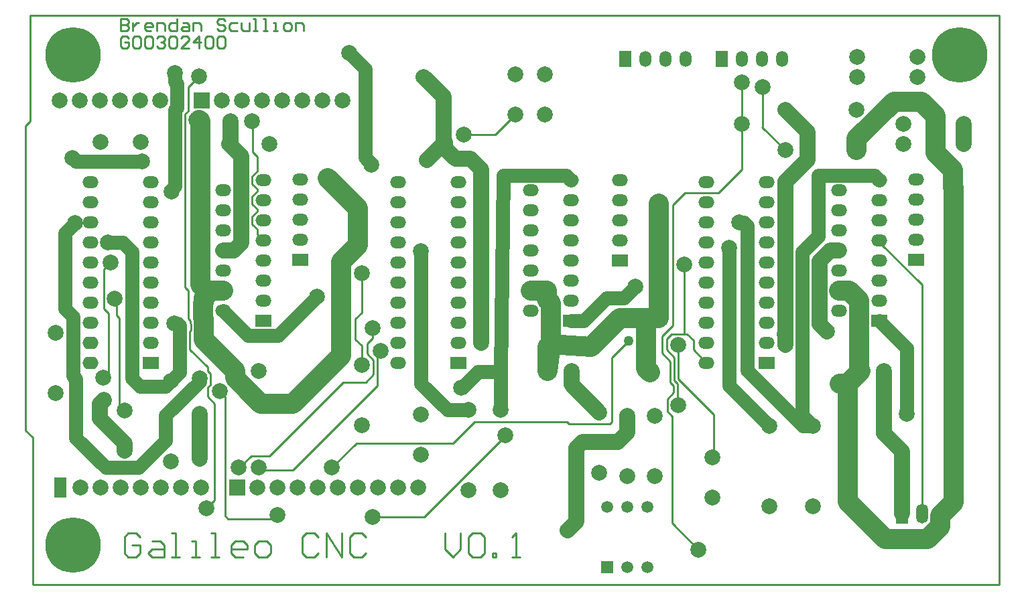
<source format=gtl>
%FSLAX24Y24*%
%MOMM*%
%SFA1B1*%

%IPPOS*%
%ADD10C,0.253999*%
%ADD11C,2.499995*%
%ADD12C,1.999996*%
%ADD13C,1.739997*%
%ADD14R,1.499997X1.499997*%
%ADD15C,1.499997*%
%ADD16R,1.999996X1.999996*%
%ADD17C,1.999996*%
%ADD18R,1.999996X1.499997*%
%ADD19O,1.999996X1.499997*%
%ADD20C,6.999986*%
%ADD21O,1.499997X2.499995*%
%ADD22R,1.499997X2.499995*%
%ADD23R,1.499997X1.999996*%
%ADD24O,1.499997X1.999996*%
%ADD25R,1.599997X2.499995*%
%ADD26R,1.999996X1.499997*%
%ADD27O,1.999996X1.499997*%
%ADD28O,1.999996X1.599997*%
%ADD29C,1.269997*%
%LNpcb1-1*%
%LPD*%
G54D10*
X276999Y583929D02*
X279069Y585999D01*
X87999Y260499D02*
X94999Y267499D01*
X237129Y251869D02*
X239999Y248999D01*
X235389Y244999D02*
X241999Y238389D01*
X235389Y251869D02*
X237129D01*
X235389Y244999D02*
Y251869D01*
X434999Y251999D02*
Y297999D01*
X260999Y145999D02*
Y148999D01*
X108639Y221579D02*
X114999Y215219D01*
X414999Y343999D02*
Y393999D01*
X406999Y335999D02*
X414999Y343999D01*
X406999Y309999D02*
Y335999D01*
Y309999D02*
X414999Y301999D01*
X-9999Y194999D02*
X-999Y185999D01*
Y0D02*
Y185999D01*
Y0D02*
X1219999D01*
X-3999Y719999D02*
X1219999D01*
X-3999Y585999D02*
Y719999D01*
X-9999Y579999D02*
X-3999Y585999D01*
X807999Y480309D02*
X823139Y495449D01*
X807999Y327999D02*
Y480309D01*
X793999Y313999D02*
X807999Y327999D01*
X195999Y598999D02*
Y629039D01*
X191999Y594999D02*
X195999Y598999D01*
X191999Y375789D02*
Y594999D01*
Y375789D02*
X195999Y371789D01*
X414999Y284099D02*
Y301999D01*
X274999Y162999D02*
X297999D01*
X260999Y148999D02*
X274999Y162999D01*
X241999Y86999D02*
Y238389D01*
X228999Y106999D02*
Y228999D01*
X297999Y162999D02*
X390999Y255999D01*
X195999Y336179D02*
Y371789D01*
Y336179D02*
X198269Y333909D01*
Y330319D02*
Y333909D01*
Y330319D02*
X198899Y329679D01*
Y321839D02*
Y329679D01*
X197599Y320539D02*
X198899Y321839D01*
X197599Y297399D02*
Y320539D01*
X89189Y399189D02*
X97499Y407499D01*
X89189Y348809D02*
X94999Y342999D01*
X89189Y348809D02*
Y399189D01*
X102999Y359999D02*
Y361999D01*
Y359999D02*
X104999Y357999D01*
Y340849D02*
Y357999D01*
X87999Y260499D02*
Y261999D01*
X235999Y244999D02*
X239999Y248999D01*
X219999Y237999D02*
X228999Y228999D01*
X219999Y237999D02*
Y249309D01*
X223809Y253119D02*
Y266519D01*
X219999Y249309D02*
X223809Y253119D01*
X219999Y270329D02*
Y274999D01*
Y270329D02*
X223809Y266519D01*
X197599Y297399D02*
X219999Y274999D01*
X821999Y317999D02*
X822999Y316999D01*
X805999D02*
X822999D01*
X530309Y178999D02*
X557309Y205999D01*
X407999Y178999D02*
X530309D01*
X376999Y147999D02*
X407999Y178999D01*
X799999Y310999D02*
X805999Y316999D01*
X799999Y296999D02*
Y310999D01*
X804839Y256009D02*
Y282159D01*
X793999Y292999D02*
X804839Y282159D01*
X793999Y292999D02*
Y313999D01*
X799999Y296999D02*
X809919Y287079D01*
Y258109D02*
Y287079D01*
X822999Y316999D02*
X825999D01*
X821999Y317999D02*
Y404999D01*
X833999Y297039D02*
Y308999D01*
X825999Y316999D02*
X833999Y308999D01*
X808999Y242999D02*
Y251849D01*
X800999Y234999D02*
X808999Y242999D01*
X800999Y218999D02*
Y234999D01*
Y218999D02*
X806999Y212999D01*
Y77759D02*
Y212999D01*
Y77759D02*
X840409Y44349D01*
X673879Y205999D02*
X676779Y203099D01*
X557309Y205999D02*
X673879D01*
X429919Y265919D02*
Y284079D01*
X421999Y291999D02*
X429919Y284079D01*
X421999Y291999D02*
Y304999D01*
X419999Y255999D02*
X429919Y265919D01*
X436999Y295999D02*
X438999D01*
X434999Y297999D02*
X436999Y295999D01*
X1122899Y89999D02*
Y379099D01*
X1068859Y433139D02*
X1122899Y379099D01*
X1068859Y433139D02*
Y435309D01*
X282809Y442919D02*
Y449829D01*
X276609Y456019D02*
X282809Y449829D01*
X276609Y456019D02*
Y465389D01*
X282809Y471589*
Y475229*
X276609Y481419D02*
X282809Y475229D01*
X276609Y481419D02*
Y490789D01*
X282809Y496989*
Y500629*
X276609Y506819D02*
X282809Y500629D01*
X276609Y506819D02*
Y516189D01*
X282809Y522389*
Y541319*
Y442919D02*
X290419Y435309D01*
X276999Y547129D02*
X282809Y541319D01*
X276999Y547129D02*
Y583929D01*
X857999Y161399D02*
X859999Y163399D01*
Y215219*
X731189Y205639D02*
Y287189D01*
X751999Y307999*
X195999Y629039D02*
X209479Y642519D01*
X428309Y311309D02*
Y324089D01*
X421999Y304999D02*
X428309Y311309D01*
X894999Y582899D02*
X895399Y582499D01*
X894999Y582899D02*
Y635000D01*
X920799Y578799D02*
X949999Y549599D01*
X920999Y578999D02*
Y628999D01*
X414999Y387999D02*
Y393999D01*
X390999Y255999D02*
X419999D01*
X327999Y144999D02*
X434999Y251999D01*
X285999Y144999D02*
X327999D01*
X821999Y404999D02*
Y405029D01*
X833999Y297039D02*
X850339Y280699D01*
X804839Y256009D02*
X808999Y251849D01*
X814079Y227819D02*
Y253949D01*
X809919Y258109D02*
X814079Y253949D01*
Y227819D02*
X814999Y226899D01*
X583399Y568999D02*
X608999Y594599D01*
X543999Y568999D02*
X583399D01*
X536999Y509619D02*
X537319Y509299D01*
X595999Y188999D02*
Y194779D01*
Y187999D02*
Y188999D01*
X428999Y85999D02*
X493999D01*
X595999Y187999*
X218999Y96999D02*
X228999Y106999D01*
X241999Y86999D02*
X245999Y82999D01*
X94999Y267499D02*
Y342999D01*
X245999Y82999D02*
X302999D01*
X308299Y88299*
X104999Y340849D02*
X108639Y337209D01*
Y221579D02*
Y337209D01*
X823139Y495449D02*
X865559D01*
X895399Y525289*
Y582499*
X728649Y203099D02*
X731189Y205639D01*
X676779Y203099D02*
X728649D01*
X814999Y260219D02*
Y303099D01*
Y260219D02*
X859999Y215219D01*
X1219999Y0D02*
Y719999D01*
X-9999Y194999D02*
Y579999D01*
X120159Y690699D02*
X117619Y693239D01*
X112539*
X109999Y690699*
Y680539*
X112539Y677999*
X117619*
X120159Y680539*
Y685619*
X115079*
X125239Y690699D02*
X127769Y693239D01*
X132849*
X135389Y690699*
Y680539*
X132849Y677999*
X127769*
X125239Y680539*
Y690699*
X140469D02*
X143009Y693239D01*
X148089*
X150629Y690699*
Y680539*
X148089Y677999*
X143009*
X140469Y680539*
Y690699*
X155709D02*
X158239Y693239D01*
X163319*
X165859Y690699*
Y688159*
X163319Y685619*
X160779*
X163319*
X165859Y683079*
Y680539*
X163319Y677999*
X158239*
X155709Y680539*
X170939Y690699D02*
X173479Y693239D01*
X178559*
X181099Y690699*
Y680539*
X178559Y677999*
X173479*
X170939Y680539*
Y690699*
X196329Y677999D02*
X186179D01*
X196329Y688159*
Y690699*
X193789Y693239*
X188709*
X186179Y690699*
X209029Y677999D02*
Y693239D01*
X201409Y685619*
X211569*
X216649Y690699D02*
X219179Y693239D01*
X224259*
X226799Y690699*
Y680539*
X224259Y677999*
X219179*
X216649Y680539*
Y690699*
X231879D02*
X234419Y693239D01*
X239499*
X242039Y690699*
Y680539*
X239499Y677999*
X234419*
X231879Y680539*
Y690699*
X109999Y715229D02*
Y699999D01*
X117619*
X120159Y702539*
Y705079*
X117619Y707619*
X109999*
X117619*
X120159Y710159*
Y712699*
X117619Y715229*
X109999*
X125239Y710159D02*
Y699999D01*
Y705079*
X127769Y707619*
X130309Y710159*
X132849*
X148089Y699999D02*
X143009D01*
X140469Y702539*
Y707619*
X143009Y710159*
X148089*
X150629Y707619*
Y705079*
X140469*
X155709Y699999D02*
Y710159D01*
X163319*
X165859Y707619*
Y699999*
X181099Y715229D02*
Y699999D01*
X173479*
X170939Y702539*
Y707619*
X173479Y710159*
X181099*
X188709D02*
X193789D01*
X196329Y707619*
Y699999*
X188709*
X186179Y702539*
X188709Y705079*
X196329*
X201409Y699999D02*
Y710159D01*
X209029*
X211569Y707619*
Y699999*
X242039Y712699D02*
X239499Y715229D01*
X234419*
X231879Y712699*
Y710159*
X234419Y707619*
X239499*
X242039Y705079*
Y702539*
X239499Y699999*
X234419*
X231879Y702539*
X257269Y710159D02*
X249649D01*
X247119Y707619*
Y702539*
X249649Y699999*
X257269*
X262349Y710159D02*
Y702539D01*
X264889Y699999*
X272509*
Y710159*
X277589Y699999D02*
X282659D01*
X280129*
Y715229*
X277589*
X290279Y699999D02*
X295359D01*
X292819*
Y715229*
X290279*
X302979Y699999D02*
X308059D01*
X305519*
Y710159*
X302979*
X318209Y699999D02*
X323289D01*
X325829Y702539*
Y707619*
X323289Y710159*
X318209*
X315669Y707619*
Y702539*
X318209Y699999*
X330909D02*
Y710159D01*
X338529*
X341069Y707619*
Y699999*
X134989Y59989D02*
X129999Y64989D01*
X119999*
X114999Y59989*
Y39999*
X119999Y34999*
X129999*
X134989Y39999*
Y49999*
X124999*
X149989Y54989D02*
X159989D01*
X164979Y49999*
Y34999*
X149989*
X144989Y39999*
X149989Y44999*
X164979*
X174979Y34999D02*
X184979D01*
X179979*
Y64989*
X174979*
X199969Y34999D02*
X209969D01*
X204969*
Y54989*
X199969*
X224959Y34999D02*
X234959D01*
X229959*
Y64989*
X224959*
X264949Y34999D02*
X254949D01*
X249959Y39999*
Y49999*
X254949Y54989*
X264949*
X269949Y49999*
Y44999*
X249959*
X284939Y34999D02*
X294939D01*
X299939Y39999*
Y49999*
X294939Y54989*
X284939*
X279949Y49999*
Y39999*
X284939Y34999*
X359919Y59989D02*
X354919Y64989D01*
X344929*
X339929Y59989*
Y39999*
X344929Y34999*
X354919*
X359919Y39999*
X369919Y34999D02*
Y64989D01*
X389909Y34999*
Y64989*
X419899Y59989D02*
X414899Y64989D01*
X404909*
X399909Y59989*
Y39999*
X404909Y34999*
X414899*
X419899Y39999*
X519869Y64989D02*
Y44999D01*
X529869Y34999*
X539859Y44999*
Y64989*
X549859Y59989D02*
X554859Y64989D01*
X564849*
X569849Y59989*
Y39999*
X564849Y34999*
X554859*
X549859Y39999*
Y59989*
X579849Y34999D02*
Y39999D01*
X584849*
Y34999*
X579849*
X604839D02*
X614839D01*
X609839*
Y64989*
X604839Y59989*
X-999Y0D02*
Y185999D01*
X-9999Y194999D02*
X-999Y185999D01*
X-9999Y194999D02*
Y579999D01*
X-3999Y585999*
Y719999*
X1219999*
Y0D02*
Y719999D01*
X-999Y0D02*
X1219999D01*
G54D11*
X1162489Y104189D02*
Y502309D01*
X1029149Y105039D02*
Y254149D01*
X649189Y360429D02*
Y371809D01*
X388999Y290089D02*
Y407999D01*
X409999Y428999*
X273249Y242749D02*
X286999Y228999D01*
X789999Y337459D02*
Y481669D01*
X327909Y228999D02*
X388999Y290089D01*
X214579Y337069D02*
Y355739D01*
Y337069D02*
X215209Y336439D01*
Y315079D02*
Y336439D01*
X214999Y314869D02*
X215209Y315079D01*
X273249Y242749D02*
Y243159D01*
X254999Y261409D02*
X273249Y243159D01*
X254999Y261409D02*
Y269999D01*
X286999Y228999D02*
X327909D01*
X1086999Y610999D02*
X1121999D01*
X1039999Y563999D02*
X1086999Y610999D01*
X1039999Y549599D02*
Y563999D01*
X1139999Y546249D02*
Y592999D01*
X1121999Y610999D02*
X1139999Y592999D01*
X741369Y337459D02*
X773999D01*
Y273319D02*
Y337459D01*
Y273319D02*
X778839Y268479D01*
X1145999Y73749D02*
Y87699D01*
X1129809Y57559D02*
X1145999Y73749D01*
X1076629Y57559D02*
X1129809D01*
X1145999Y87699D02*
X1148299Y89999D01*
X1043249Y271749D02*
Y359499D01*
X1030939Y371809D02*
X1043249Y359499D01*
X1018059Y371809D02*
X1030939D01*
X1043249Y271749D02*
X1044999Y269999D01*
X214999Y356159D02*
Y362289D01*
X214579Y355739D02*
X214999Y356159D01*
Y309999D02*
Y314869D01*
Y362289D02*
X224519Y371809D01*
X214999Y309999D02*
X254999Y269999D01*
X653789Y304419D02*
X704539Y300639D01*
X653789Y304419D02*
X653999Y304639D01*
X649999Y300639D02*
X653789Y304419D01*
X649999Y269999D02*
X653789Y304419D01*
X653879Y344449D02*
X653999Y344329D01*
X653879Y344449D02*
Y355739D01*
X649189Y360429D02*
X653879Y355739D01*
X653999Y304639D02*
Y344329D01*
X628839Y371809D02*
X649189D01*
X208999Y587999D02*
X210999Y585999D01*
Y379859D02*
Y585999D01*
Y379859D02*
X219049Y371809D01*
X409999Y428999D02*
Y475999D01*
X1139999Y546249D02*
X1161999Y524249D01*
X371999Y513999D02*
X409999Y475999D01*
X1029149Y105039D02*
X1076629Y57559D01*
X1161999Y501999D02*
Y524249D01*
X778839Y337459D02*
X789999D01*
X219049Y371809D02*
X224519D01*
X239619*
X1018979Y254149D02*
X1029149D01*
X649999Y269999D02*
Y300639D01*
X704539D02*
X741369Y337459D01*
X1029149Y254149D02*
X1044999Y269999D01*
X1148299Y89999D02*
X1162489Y104189D01*
G54D12*
X83999Y228449D02*
X88999Y233449D01*
X693789Y180709D02*
X738559D01*
X685999Y172919D02*
X693789Y180709D01*
X685999Y79999D02*
Y172919D01*
X247099Y557499D02*
X262799Y541799D01*
Y432189D02*
Y541799D01*
X253219Y422609D02*
X262799Y432189D01*
X114999Y169599D02*
Y178999D01*
X83999Y209999D02*
X114999Y178999D01*
X83999Y209999D02*
Y228449D01*
X88999Y232999D02*
Y233449D01*
X949999Y600399D02*
X977999Y572399D01*
Y536999D02*
Y572399D01*
X950539Y509539D02*
X977999Y536999D01*
X674999Y68999D02*
X685999Y79999D01*
X950539Y318539D02*
Y509539D01*
X993019Y329899D02*
X1002469Y320449D01*
X993019Y329899D02*
Y408919D01*
X949999Y302999D02*
Y315999D01*
X948999Y316999D02*
X949999Y315999D01*
X1006709Y422609D02*
X1018059D01*
X993019Y408919D02*
X1006709Y422609D01*
X948999Y316999D02*
X950539Y318539D01*
X565999Y423999D02*
Y524999D01*
Y305999D02*
Y423999D01*
X517999Y557999D02*
Y616999D01*
Y557999D02*
X519999Y559999D01*
X496999Y536999D02*
X517999Y557999D01*
X565799Y524999D02*
X565999D01*
X552339Y538459D02*
X565799Y524999D01*
X520459Y551659D02*
Y559539D01*
X519999Y559999D02*
X520459Y559539D01*
X533659Y538459D02*
X552339D01*
X520459Y551659D02*
X533659Y538459D01*
X492999Y641999D02*
X517999Y616999D01*
X247099Y557499D02*
X248999Y559399D01*
Y585999*
X209999Y159199D02*
Y215799D01*
X738559Y180709D02*
X749999Y192149D01*
Y213099*
X679999Y253099D02*
X714999Y218099D01*
X679999Y253099D02*
Y269999D01*
X1097499Y89999D02*
Y168559D01*
X1074999Y191059D02*
X1097499Y168559D01*
X1074999Y191059D02*
Y269999D01*
X239619Y422609D02*
X253219D01*
X1175599Y557499D02*
Y582499D01*
G54D13*
X53849Y534999D02*
X137499D01*
X49429Y539429D02*
X53849Y534999D01*
X173999Y257799D02*
X185089Y268889D01*
X166999Y250799D02*
X173999Y257799D01*
X134999Y250799D02*
X166999D01*
X167309Y182309D02*
Y214309D01*
X132999Y147999D02*
X167309Y182309D01*
X91719Y147999D02*
X132999D01*
X53999Y185719D02*
X91719Y147999D01*
X745929Y362359D02*
X760569Y376999D01*
X723829Y362359D02*
X745929D01*
X174999Y496999D02*
Y500089D01*
X178739Y503839*
Y600739*
X177999Y329999D02*
X182649D01*
X185089Y327559*
Y268889D02*
Y327559D01*
X124999Y260799D02*
Y421309D01*
X113209Y433099D02*
X124999Y421309D01*
Y260799D02*
X134999Y250799D01*
X94399Y433099D02*
X113209D01*
X897819Y458499D02*
X901999Y454319D01*
Y270999D02*
Y454319D01*
Y270999D02*
X972199Y200799D01*
X878999Y251799D02*
Y426369D01*
Y251799D02*
X929999Y200799D01*
X209999Y256999D02*
Y260799D01*
X167309Y214309D02*
X209999Y256999D01*
X972199Y200799D02*
X984999D01*
X39999Y348999D02*
X49999Y338999D01*
Y263999D02*
Y338999D01*
Y263999D02*
X53999Y259999D01*
X39999Y348999D02*
Y444999D01*
X53999Y185719D02*
Y259999D01*
X991289Y517549D02*
X1062819D01*
X991289Y440549D02*
Y517549D01*
X181239Y603239D02*
Y633759D01*
X178739Y600739D02*
X181239Y603239D01*
X178739Y636259D02*
X181239Y633759D01*
X178739Y636259D02*
Y646839D01*
X398999Y671999D02*
X418999Y651999D01*
Y539999D02*
Y651999D01*
Y539999D02*
X426999Y531999D01*
X309049Y314859D02*
X357999Y363809D01*
X489999Y254049D02*
Y415089D01*
Y254049D02*
X523249Y220799D01*
X561999Y268999D02*
X590659D01*
X594029Y517549*
X589999Y220799D02*
X590659Y268999D01*
X541999Y248999D02*
X561999Y268999D01*
X539999Y248999D02*
X541999D01*
X523249Y220799D02*
X549999D01*
X39999Y444999D02*
X52499Y457499D01*
X1103319Y215799D02*
Y299249D01*
X1068859Y333709D02*
X1103319Y299249D01*
X971779Y214019D02*
X984999Y200799D01*
X971779Y214019D02*
Y421039D01*
X991289Y440549*
X1062819Y517549D02*
X1068859Y511509D01*
X695179Y333709D02*
X723829Y362359D01*
X679639Y333709D02*
X695179D01*
X594029Y517549D02*
X673599D01*
X679639Y511509*
X239619Y346409D02*
X271169Y314859D01*
X309049*
G54D14*
X724599Y21899D03*
G54D15*
X749999Y21899D03*
X775399D03*
X724599Y98099D03*
X749999D03*
X775399D03*
G54D16*
X257499Y122499D03*
X212499Y612499D03*
G54D17*
X282899Y122499D03*
X333699D03*
X359099D03*
X384499D03*
X409899D03*
X435299D03*
X460699D03*
X486099D03*
X308299D03*
X649999Y269999D03*
X679999D03*
X254999D03*
X284999D03*
X857999Y161399D03*
Y110599D03*
X608999Y645399D03*
Y594599D03*
X645999Y645399D03*
Y594599D03*
X211699Y122499D03*
X186299D03*
X160899D03*
X135499D03*
X110099D03*
X84699D03*
X59299D03*
X929999Y200799D03*
Y99199D03*
X984999Y200799D03*
Y99199D03*
X1175599Y582499D03*
X1099399D03*
X814999Y303099D03*
Y226899D03*
X27999Y241899D03*
Y318099D03*
X749999Y136899D03*
Y213099D03*
X784999Y136899D03*
Y213099D03*
X247099Y557499D03*
X297899D03*
X84599Y559999D03*
X135399D03*
X390299Y612499D03*
X364899D03*
X339499D03*
X314099D03*
X288699D03*
X263299D03*
X237899D03*
X32999D03*
X58399D03*
X83799D03*
X109199D03*
X134599D03*
X159999D03*
X114999Y220399D03*
Y169599D03*
X173999Y257799D03*
Y156199D03*
X209999Y260799D03*
Y159199D03*
X414999Y201899D03*
Y278099D03*
X489999Y215219D03*
Y164419D03*
X549999Y220799D03*
Y119199D03*
X589999Y220799D03*
Y119199D03*
X714999Y141899D03*
Y218099D03*
X1044999Y269999D03*
X1074999D03*
X949999Y600399D03*
Y549599D03*
X1039999Y600399D03*
Y549599D03*
X1117099Y641999D03*
X1040899D03*
X1117099Y666999D03*
X1040899D03*
X1175599Y557499D03*
X1099399D03*
X760569Y376999D03*
X174999Y496999D03*
X258999Y147999D03*
X177999Y329999D03*
X102999Y361999D03*
X87999Y261999D03*
X88999Y232999D03*
X235999Y244999D03*
X248999Y585999D03*
X438999Y295999D03*
X398999Y671999D03*
X357999Y363999D03*
X414999Y393999D03*
X949999Y302999D03*
X674999Y68999D03*
X894999Y635000D03*
X920999Y628999D03*
X878999Y426369D03*
X891999Y458499D03*
X821999Y404999D03*
X428309Y324089D03*
X1161999Y501999D03*
X789999Y481999D03*
X543999Y568999D03*
X565999Y305999D03*
Y423999D03*
X496999Y536999D03*
X492999Y641999D03*
X489999Y421999D03*
X376999Y147999D03*
X428999Y85999D03*
X308299Y88299D03*
X209479Y642519D03*
X205999Y587999D03*
X371999Y513999D03*
X275999Y585999D03*
X218999Y96999D03*
X284999Y147999D03*
X539999Y248999D03*
X595999Y188999D03*
X97499Y407499D03*
X94399Y433099D03*
X49429Y539429D03*
X137499Y534999D03*
X52499Y457499D03*
X778839Y268479D03*
X1018979Y254149D03*
X1103319Y215799D03*
X840409Y44349D03*
X895399Y582499D03*
X178739Y646839D03*
X426999Y530999D03*
X209999Y215799D03*
X1002469Y320449D03*
G54D18*
X926539Y280699D03*
X148099D03*
X537319D03*
G54D19*
X926539Y306099D03*
Y331499D03*
Y356899D03*
Y382299D03*
Y407699D03*
Y433099D03*
Y458499D03*
Y483899D03*
Y509299D03*
X850339Y280699D03*
Y306099D03*
Y331499D03*
Y356899D03*
Y382299D03*
Y407699D03*
Y433099D03*
Y458499D03*
Y483899D03*
Y509299D03*
X148099Y306099D03*
Y331499D03*
Y356899D03*
Y382299D03*
Y407699D03*
Y433099D03*
Y458499D03*
Y483899D03*
Y509299D03*
X71899Y331499D03*
Y356899D03*
Y382299D03*
Y407699D03*
Y433099D03*
Y458499D03*
Y483899D03*
Y509299D03*
X537319Y306099D03*
Y331499D03*
Y356899D03*
Y382299D03*
Y407699D03*
Y433099D03*
Y458499D03*
Y483899D03*
Y509299D03*
X461119Y280699D03*
Y306099D03*
Y331499D03*
Y356899D03*
Y382299D03*
Y407699D03*
Y433099D03*
Y458499D03*
Y483899D03*
Y509299D03*
G54D20*
X49999Y669999D03*
X1169999D03*
X49999Y49999D03*
G54D21*
X1148299Y89999D03*
X1122899D03*
G54D22*
X1097499Y89999D03*
G54D23*
X747499Y664999D03*
X869999D03*
G54D24*
X772899Y664999D03*
X798299D03*
X823699D03*
X895399D03*
X920799D03*
X946199D03*
G54D25*
X33899Y122499D03*
G54D26*
X336999Y410999D03*
X1114999Y410699D03*
X1068859Y333709D03*
X740999Y409999D03*
X290419Y333709D03*
X679639D03*
G54D27*
X336999Y436399D03*
Y461799D03*
Y487199D03*
Y512599D03*
X1114999Y436099D03*
Y461499D03*
Y486899D03*
Y512299D03*
X1018059Y422609D03*
X1068859Y435309D03*
X1018059Y448009D03*
X1068859Y460709D03*
X1018059Y346409D03*
X1068859Y359109D03*
X1018059Y371809D03*
X1068859Y384509D03*
X1018059Y397209D03*
X1068859Y409909D03*
X1018059Y473409D03*
X1068859Y486109D03*
X1018059Y498809D03*
X1068859Y511509D03*
X740999Y435399D03*
Y460799D03*
Y486199D03*
Y511599D03*
X239619Y422609D03*
X290419Y435309D03*
X239619Y448009D03*
X290419Y460709D03*
X239619Y346409D03*
X290419Y359109D03*
X239619Y371809D03*
X290419Y384509D03*
X239619Y397209D03*
X290419Y409909D03*
X239619Y473409D03*
X290419Y486109D03*
X239619Y498809D03*
X290419Y511509D03*
X628839Y422609D03*
X679639Y435309D03*
X628839Y448009D03*
X679639Y460709D03*
X628839Y346409D03*
X679639Y359109D03*
X628839Y371809D03*
X679639Y384509D03*
X628839Y397209D03*
X679639Y409909D03*
X628839Y473409D03*
X679639Y486109D03*
X628839Y498809D03*
X679639Y511509D03*
G54D28*
X71899Y280699D03*
Y306099D03*
G54D29*
X751999Y307999D03*
M02*
</source>
